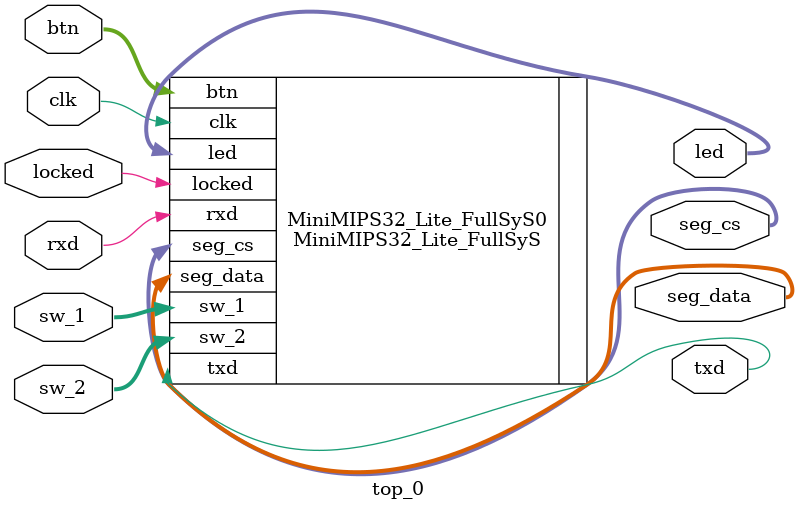
<source format=v>
module top_0(
    input clk,  // 50Mhz
    input locked,
    
    input                   rxd,                // ´®¿Ú½ÓÊÕ¶Ë
    output                  txd,                // ´®¿Ú·¢ËÍ¶Ë
    
    input [31:0]            sw_1,           // µÚÒ»×é²¦Âë¿ª¹Ø
    input [31:0]            sw_2,           // µÚ¶þ×é²¦Âë¿ª¹Ø
    output [31:0]            led,            // ledµÆ
    output [3:0]             seg_cs,        // 7¶ÎÊýÂë¹ÜÑ¡ÔñÐÅºÅ
    output [7:0]             seg_data,      // 7¶ÎÊýÂë¹ÜÊý¾Ý
    input [7:0]             btn            // °´Å¥
);

MiniMIPS32_Lite_FullSyS MiniMIPS32_Lite_FullSyS0(
    .clk(clk),
    .locked(locked),
    .rxd(rxd),
    .txd(txd),
    .sw_1(sw_1),
    .sw_2(sw_2),
    .led(led),
    .seg_cs(seg_cs),
    .seg_data(seg_data),
    .btn(btn)
);
endmodule
</source>
